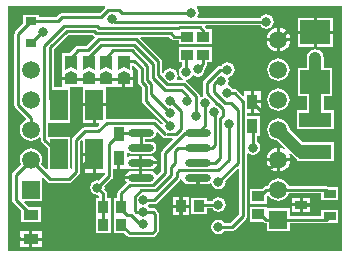
<source format=gbl>
G04 Layer_Physical_Order=4*
G04 Layer_Color=16711680*
%FSLAX25Y25*%
%MOIN*%
G70*
G01*
G75*
%ADD10R,0.03740X0.02953*%
%ADD17R,0.03500X0.04000*%
%ADD18R,0.03543X0.05118*%
%ADD20O,0.08661X0.02362*%
%ADD21C,0.01000*%
%ADD22C,0.03937*%
%ADD24C,0.05906*%
%ADD25R,0.05906X0.05906*%
%ADD26C,0.03150*%
%ADD31R,0.10630X0.04724*%
%ADD32R,0.04000X0.03500*%
%ADD33R,0.05906X0.10236*%
%ADD34R,0.09843X0.07874*%
%ADD35R,0.03937X0.02756*%
%ADD36R,0.05118X0.03347*%
G36*
X21088Y-10438D02*
X-90040D01*
Y71162D01*
X-57924D01*
X-57742Y70662D01*
X-59592Y68813D01*
X-72000D01*
X-72502Y68713D01*
X-72928Y68428D01*
X-74000Y67356D01*
X-79843D01*
Y68307D01*
X-85158D01*
Y65242D01*
X-87668Y62731D01*
X-87953Y62305D01*
X-88053Y61803D01*
Y38244D01*
X-87953Y37741D01*
X-87668Y37315D01*
X-84162Y33810D01*
X-84260Y33319D01*
X-84386Y33267D01*
X-85167Y32667D01*
X-85767Y31886D01*
X-86144Y30976D01*
X-86272Y30000D01*
X-86144Y29024D01*
X-85767Y28114D01*
X-85167Y27332D01*
X-84386Y26733D01*
X-83476Y26356D01*
X-82500Y26228D01*
X-81524Y26356D01*
X-80614Y26733D01*
X-79833Y27332D01*
X-79786Y27393D01*
X-79313Y27232D01*
Y26626D01*
X-79213Y26124D01*
X-78928Y25698D01*
X-76886Y23655D01*
Y16895D01*
X-77348Y16704D01*
X-79094Y18450D01*
X-78856Y19024D01*
X-78728Y20000D01*
X-78856Y20976D01*
X-79233Y21886D01*
X-79833Y22668D01*
X-80614Y23267D01*
X-81524Y23644D01*
X-82500Y23772D01*
X-83476Y23644D01*
X-84386Y23267D01*
X-85167Y22668D01*
X-85767Y21886D01*
X-86144Y20976D01*
X-86272Y20000D01*
X-86144Y19024D01*
X-85906Y18450D01*
X-88428Y15928D01*
X-88713Y15502D01*
X-88813Y15000D01*
Y6634D01*
X-88713Y6132D01*
X-88428Y5706D01*
X-85847Y3124D01*
Y-827D01*
X-79154D01*
Y4095D01*
X-83104D01*
X-84808Y5798D01*
X-84616Y6260D01*
X-78760D01*
Y13696D01*
X-78375Y14019D01*
X-76928Y12572D01*
X-76502Y12287D01*
X-76000Y12187D01*
X-69949D01*
X-69446Y12287D01*
X-69021Y12572D01*
X-66572Y15021D01*
X-66287Y15447D01*
X-66187Y15949D01*
Y25968D01*
X-65749Y26406D01*
X-65287Y26215D01*
Y22272D01*
X-61335D01*
Y21772D01*
X-60835D01*
Y15653D01*
X-57813D01*
Y15044D01*
X-59890Y12967D01*
X-60350Y13058D01*
X-61272Y12875D01*
X-62053Y12353D01*
X-62576Y11571D01*
X-62759Y10650D01*
X-62576Y9728D01*
X-62053Y8947D01*
X-61272Y8424D01*
X-60350Y8241D01*
X-60207Y8270D01*
X-59742Y7876D01*
Y7039D01*
X-60966D01*
Y1465D01*
X-60966D01*
Y1134D01*
X-60966D01*
Y-4441D01*
X-55892D01*
Y1134D01*
X-55892D01*
Y1465D01*
X-55892D01*
Y7039D01*
X-57117D01*
Y8728D01*
X-57216Y9231D01*
X-57501Y9657D01*
X-58034Y10189D01*
X-57942Y10650D01*
X-58034Y11110D01*
X-55572Y13572D01*
X-55287Y13998D01*
X-55187Y14500D01*
Y17004D01*
X-53756D01*
Y20563D01*
X-52756D01*
Y17004D01*
X-50484D01*
Y17004D01*
X-50177Y17168D01*
X-49843Y16945D01*
X-48992Y16776D01*
X-46343D01*
Y19000D01*
Y21224D01*
X-48992D01*
X-49843Y21055D01*
X-50043Y20921D01*
X-50484Y21157D01*
Y22028D01*
X-49984Y22295D01*
X-49760Y22146D01*
X-48992Y21993D01*
X-42693D01*
X-41925Y22146D01*
X-41274Y22581D01*
X-40839Y23232D01*
X-40686Y24000D01*
X-40839Y24768D01*
X-41274Y25419D01*
X-41925Y25854D01*
X-42693Y26007D01*
X-44530D01*
Y26993D01*
X-42693D01*
X-41925Y27146D01*
X-41274Y27581D01*
X-40839Y28232D01*
X-40712Y28869D01*
X-40234Y29098D01*
X-38708Y27572D01*
X-38282Y27287D01*
X-37780Y27187D01*
X-37532Y27237D01*
X-37186Y27168D01*
X-35342D01*
X-35151Y26706D01*
X-38641Y23216D01*
X-38925Y22790D01*
X-39025Y22287D01*
Y16033D01*
X-40174Y14884D01*
X-40749Y15017D01*
X-41120Y15573D01*
X-41842Y16055D01*
X-42693Y16224D01*
X-45342D01*
Y14000D01*
X-45842D01*
Y13500D01*
X-51117D01*
X-51047Y13149D01*
X-50583Y12455D01*
X-53357Y9680D01*
X-53642Y9254D01*
X-53742Y8752D01*
Y7039D01*
X-54966D01*
Y1634D01*
X-54966Y1465D01*
X-54966D01*
Y1134D01*
X-54966D01*
Y-4441D01*
X-51498D01*
X-50405Y-5534D01*
X-49979Y-5819D01*
X-49476Y-5919D01*
X-42142D01*
X-41639Y-5819D01*
X-41214Y-5534D01*
X-40328Y-4649D01*
X-40043Y-4223D01*
X-39943Y-3720D01*
Y1890D01*
X-40043Y2392D01*
X-40328Y2818D01*
X-40938Y3428D01*
X-41364Y3713D01*
X-41866Y3813D01*
X-43036D01*
X-43297Y4203D01*
X-43367Y4250D01*
Y4750D01*
X-43297Y4797D01*
X-43036Y5187D01*
X-41370D01*
X-40868Y5287D01*
X-40442Y5572D01*
X-32908Y13105D01*
X-32709Y13403D01*
X-32189Y13350D01*
X-32149Y13149D01*
X-31667Y12427D01*
X-30946Y11945D01*
X-30095Y11776D01*
X-27445D01*
Y14000D01*
X-26445D01*
Y11776D01*
X-23795D01*
X-22944Y11945D01*
X-22748Y12077D01*
X-22286Y11885D01*
X-22225Y11578D01*
X-21703Y10797D01*
X-20922Y10275D01*
X-20000Y10091D01*
X-19078Y10275D01*
X-18297Y10797D01*
X-17775Y11578D01*
X-17592Y12500D01*
X-17683Y12961D01*
X-13562Y17082D01*
X-13100Y16890D01*
Y1756D01*
X-16044Y-1187D01*
X-18036D01*
X-18297Y-797D01*
X-19078Y-275D01*
X-20000Y-91D01*
X-20922Y-275D01*
X-21703Y-797D01*
X-22225Y-1578D01*
X-22409Y-2500D01*
X-22225Y-3422D01*
X-21703Y-4203D01*
X-20922Y-4725D01*
X-20000Y-4908D01*
X-19078Y-4725D01*
X-18297Y-4203D01*
X-18036Y-3813D01*
X-15500D01*
X-14998Y-3713D01*
X-14572Y-3428D01*
X-10859Y284D01*
X-10575Y710D01*
X-10475Y1213D01*
Y21877D01*
X-9975Y22144D01*
X-9422Y21775D01*
X-8500Y21591D01*
X-7578Y21775D01*
X-6797Y22297D01*
X-6275Y23078D01*
X-6092Y24000D01*
X-6275Y24922D01*
X-6797Y25703D01*
X-7187Y25964D01*
Y27972D01*
X-6118D01*
Y34665D01*
X-10475D01*
Y35634D01*
X-9177D01*
Y39193D01*
Y42752D01*
X-11449D01*
Y41521D01*
X-11911Y41330D01*
X-13656Y43075D01*
X-14082Y43360D01*
X-14584Y43459D01*
X-15078D01*
X-15339Y43850D01*
X-16120Y44372D01*
X-16643Y44476D01*
X-16873Y45031D01*
X-16785Y45162D01*
X-16602Y46084D01*
X-16785Y47006D01*
X-16855Y47111D01*
X-16625Y47666D01*
X-16078Y47775D01*
X-15297Y48297D01*
X-14775Y49078D01*
X-14592Y50000D01*
X-14775Y50922D01*
X-15297Y51703D01*
X-16078Y52225D01*
X-17000Y52408D01*
X-17922Y52225D01*
X-18703Y51703D01*
X-18964Y51313D01*
X-19429D01*
X-19932Y51213D01*
X-20357Y50928D01*
X-24861Y46424D01*
X-25146Y45998D01*
X-25246Y45496D01*
Y42146D01*
X-25146Y41643D01*
X-25075Y41538D01*
X-25305Y40982D01*
X-25479Y40948D01*
X-25746Y40769D01*
X-25910Y40857D01*
X-26196Y41070D01*
X-26287Y41530D01*
X-26572Y41956D01*
X-30682Y46066D01*
X-30814Y46154D01*
X-30668Y46658D01*
X-29901Y46810D01*
X-29120Y47332D01*
X-28751Y47884D01*
X-28145Y48022D01*
X-27806Y47796D01*
X-26885Y47613D01*
X-25963Y47796D01*
X-25182Y48318D01*
X-24659Y49099D01*
X-24476Y50021D01*
X-24568Y50484D01*
X-24072Y50980D01*
X-23787Y51406D01*
X-23687Y51908D01*
Y52463D01*
X-22213D01*
Y57537D01*
X-33287D01*
Y52463D01*
X-32135D01*
Y50999D01*
X-32526Y50739D01*
X-33048Y49957D01*
X-33231Y49035D01*
X-33048Y48114D01*
X-32526Y47332D01*
X-31954Y46950D01*
X-32106Y46450D01*
X-33664D01*
X-33900Y46891D01*
X-33775Y47078D01*
X-33592Y48000D01*
X-33775Y48921D01*
X-34297Y49703D01*
X-35079Y50225D01*
X-36000Y50408D01*
X-36922Y50225D01*
X-37703Y49703D01*
X-38087Y49130D01*
X-38638Y48970D01*
X-38724Y48980D01*
X-38825Y49055D01*
Y52721D01*
X-38925Y53223D01*
X-39210Y53649D01*
X-45998Y60438D01*
X-45807Y60900D01*
X-36512D01*
X-35684Y60072D01*
X-35258Y59787D01*
X-34756Y59687D01*
X-33287D01*
Y58463D01*
X-22213D01*
Y63537D01*
X-23811D01*
X-24072Y63928D01*
X-24369Y64225D01*
X-24178Y64687D01*
X-5964D01*
X-5703Y64297D01*
X-4922Y63775D01*
X-4000Y63591D01*
X-3078Y63775D01*
X-2297Y64297D01*
X-1775Y65078D01*
X-1592Y66000D01*
X-1775Y66922D01*
X-2297Y67703D01*
X-3078Y68225D01*
X-4000Y68409D01*
X-4922Y68225D01*
X-5703Y67703D01*
X-5964Y67313D01*
X-26756D01*
X-26992Y67754D01*
X-26775Y68078D01*
X-26592Y69000D01*
X-26775Y69922D01*
X-27269Y70662D01*
X-27152Y71162D01*
X21088D01*
Y-10438D01*
D02*
G37*
G36*
X-49500Y50000D02*
X-51500Y51000D01*
X-53500Y50000D01*
Y52000D01*
X-49500D01*
Y50000D01*
D02*
G37*
G36*
X-55405D02*
X-57406Y51000D01*
X-59405Y50000D01*
Y52000D01*
X-55405D01*
Y50000D01*
D02*
G37*
G36*
X-61311D02*
X-63311Y51000D01*
X-65311Y50000D01*
Y52000D01*
X-61311D01*
Y50000D01*
D02*
G37*
G36*
X-67216D02*
X-69217Y51000D01*
X-71216Y50000D01*
Y52000D01*
X-67216D01*
Y50000D01*
D02*
G37*
G36*
X-49500Y48500D02*
X-53500D01*
X-51500Y49500D01*
X-49500Y48500D01*
D02*
G37*
G36*
X-55405D02*
X-59405D01*
X-57406Y49500D01*
X-55405Y48500D01*
D02*
G37*
G36*
X-61311D02*
X-65311D01*
X-63311Y49500D01*
X-61311Y48500D01*
D02*
G37*
G36*
X-67216D02*
X-71216D01*
X-69217Y49500D01*
X-67216Y48500D01*
D02*
G37*
G36*
X-61641Y61284D02*
X-61424Y61140D01*
X-61309Y60548D01*
X-62066Y59790D01*
X-62162Y59646D01*
X-63996Y57813D01*
X-66811D01*
X-67313Y57713D01*
X-67739Y57428D01*
X-69630Y55537D01*
X-72004D01*
Y52078D01*
X-72019Y52000D01*
Y50000D01*
X-72216Y49750D01*
X-72216D01*
Y47500D01*
X-69217D01*
Y46500D01*
X-72216D01*
Y44250D01*
X-72660Y44114D01*
X-74687D01*
Y56928D01*
X-70066Y61550D01*
X-61906D01*
X-61641Y61284D01*
D02*
G37*
G36*
X-46813Y49956D02*
Y45869D01*
X-46713Y45366D01*
X-46428Y44940D01*
X-45553Y44065D01*
Y39583D01*
X-45453Y39080D01*
X-45168Y38655D01*
X-38596Y32082D01*
X-38636Y31920D01*
X-39190Y31767D01*
X-40678Y33254D01*
X-41103Y33539D01*
X-41606Y33639D01*
X-57103D01*
X-57382Y33867D01*
Y37709D01*
X-60835D01*
Y32091D01*
X-59848D01*
X-59657Y31629D01*
X-60544Y30742D01*
X-64583D01*
X-65085Y30642D01*
X-65511Y30357D01*
X-68428Y27440D01*
X-68713Y27014D01*
X-68813Y26512D01*
Y16849D01*
X-68906Y16786D01*
X-69406Y17054D01*
Y27677D01*
X-76687D01*
Y32303D01*
X-69406D01*
Y44114D01*
X-68962Y44250D01*
X-65287D01*
Y38709D01*
X-61335D01*
X-57382D01*
Y44250D01*
X-52000D01*
Y47000D01*
X-51500D01*
Y47500D01*
X-48500D01*
Y49750D01*
X-48500D01*
X-48697Y50000D01*
Y51134D01*
X-48197Y51341D01*
X-46813Y49956D01*
D02*
G37*
%LPC*%
G36*
X18224Y67339D02*
X12803D01*
Y62902D01*
X18224D01*
Y67339D01*
D02*
G37*
G36*
X11803D02*
X6382D01*
Y62902D01*
X11803D01*
Y67339D01*
D02*
G37*
G36*
X500Y63921D02*
Y60500D01*
X3921D01*
X3851Y61032D01*
X3453Y61993D01*
X2819Y62819D01*
X1993Y63453D01*
X1032Y63851D01*
X500Y63921D01*
D02*
G37*
G36*
X-500D02*
X-1032Y63851D01*
X-1993Y63453D01*
X-2819Y62819D01*
X-3453Y61993D01*
X-3851Y61032D01*
X-3921Y60500D01*
X-500D01*
Y63921D01*
D02*
G37*
G36*
X18224Y61902D02*
X12803D01*
Y57465D01*
X18224D01*
Y61902D01*
D02*
G37*
G36*
X11803D02*
X6382D01*
Y57465D01*
X11803D01*
Y61902D01*
D02*
G37*
G36*
X3921Y59500D02*
X500D01*
Y56079D01*
X1032Y56149D01*
X1993Y56547D01*
X2819Y57181D01*
X3453Y58007D01*
X3851Y58968D01*
X3921Y59500D01*
D02*
G37*
G36*
X-500D02*
X-3921D01*
X-3851Y58968D01*
X-3453Y58007D01*
X-2819Y57181D01*
X-1993Y56547D01*
X-1032Y56149D01*
X-500Y56079D01*
Y59500D01*
D02*
G37*
G36*
X0Y53772D02*
X-976Y53644D01*
X-1886Y53267D01*
X-2668Y52667D01*
X-3267Y51886D01*
X-3644Y50976D01*
X-3772Y50000D01*
X-3644Y49024D01*
X-3267Y48114D01*
X-2668Y47333D01*
X-1886Y46733D01*
X-976Y46356D01*
X0Y46228D01*
X976Y46356D01*
X1886Y46733D01*
X2668Y47333D01*
X3267Y48114D01*
X3644Y49024D01*
X3772Y50000D01*
X3644Y50976D01*
X3267Y51886D01*
X2668Y52667D01*
X1886Y53267D01*
X976Y53644D01*
X0Y53772D01*
D02*
G37*
G36*
X-5906Y42752D02*
X-8177D01*
Y39693D01*
X-5906D01*
Y42752D01*
D02*
G37*
G36*
X0Y43772D02*
X-976Y43644D01*
X-1886Y43267D01*
X-2668Y42667D01*
X-3267Y41886D01*
X-3644Y40976D01*
X-3772Y40000D01*
X-3644Y39024D01*
X-3267Y38114D01*
X-2668Y37332D01*
X-1886Y36733D01*
X-976Y36356D01*
X0Y36228D01*
X976Y36356D01*
X1886Y36733D01*
X2668Y37332D01*
X3267Y38114D01*
X3644Y39024D01*
X3772Y40000D01*
X3644Y40976D01*
X3267Y41886D01*
X2668Y42667D01*
X1886Y43267D01*
X976Y43644D01*
X0Y43772D01*
D02*
G37*
G36*
X-5906Y38693D02*
X-8177D01*
Y35634D01*
X-5906D01*
Y38693D01*
D02*
G37*
G36*
X12303Y56780D02*
X11584Y56685D01*
X10913Y56407D01*
X10338Y55966D01*
X9896Y55390D01*
X9618Y54719D01*
X9523Y54000D01*
Y50591D01*
X6594D01*
Y41142D01*
X9523D01*
Y36465D01*
X6201D01*
Y30165D01*
X18406D01*
Y36465D01*
X15083D01*
Y41142D01*
X18012D01*
Y50591D01*
X15083D01*
Y54000D01*
X14988Y54719D01*
X14710Y55390D01*
X14269Y55966D01*
X13693Y56407D01*
X13023Y56685D01*
X12303Y56780D01*
D02*
G37*
G36*
X0Y33772D02*
X-976Y33644D01*
X-1886Y33267D01*
X-2668Y32667D01*
X-3267Y31886D01*
X-3644Y30976D01*
X-3772Y30000D01*
X-3644Y29024D01*
X-3267Y28114D01*
X-2668Y27332D01*
X-1886Y26733D01*
X-976Y26356D01*
X-183Y26252D01*
X2133Y23936D01*
X1850Y23512D01*
X1032Y23851D01*
X500Y23921D01*
Y20500D01*
X3921D01*
X3851Y21032D01*
X3512Y21849D01*
X3936Y22133D01*
X5349Y20719D01*
X5925Y20278D01*
X6201Y20164D01*
Y19535D01*
X18406D01*
Y25835D01*
X8096D01*
X3748Y30183D01*
X3644Y30976D01*
X3267Y31886D01*
X2668Y32667D01*
X1886Y33267D01*
X976Y33644D01*
X0Y33772D01*
D02*
G37*
G36*
X-500Y23921D02*
X-1032Y23851D01*
X-1993Y23453D01*
X-2819Y22819D01*
X-3453Y21993D01*
X-3851Y21032D01*
X-3921Y20500D01*
X-500D01*
Y23921D01*
D02*
G37*
G36*
X-42693Y21224D02*
X-45342D01*
Y19500D01*
X-40569D01*
X-40638Y19851D01*
X-41120Y20572D01*
X-41842Y21055D01*
X-42693Y21224D01*
D02*
G37*
G36*
X-40569Y18500D02*
X-45342D01*
Y16776D01*
X-42693D01*
X-41842Y16945D01*
X-41120Y17427D01*
X-40638Y18149D01*
X-40569Y18500D01*
D02*
G37*
G36*
X3921Y19500D02*
X500D01*
Y16079D01*
X1032Y16149D01*
X1993Y16547D01*
X2819Y17181D01*
X3453Y18007D01*
X3851Y18968D01*
X3921Y19500D01*
D02*
G37*
G36*
X-500D02*
X-3921D01*
X-3851Y18968D01*
X-3453Y18007D01*
X-2819Y17181D01*
X-1993Y16547D01*
X-1032Y16149D01*
X-500Y16079D01*
Y19500D01*
D02*
G37*
G36*
X-61835Y21272D02*
X-65287D01*
Y15653D01*
X-61835D01*
Y21272D01*
D02*
G37*
G36*
X-46343Y16224D02*
X-48992D01*
X-49843Y16055D01*
X-50565Y15573D01*
X-51047Y14851D01*
X-51117Y14500D01*
X-46343D01*
Y16224D01*
D02*
G37*
G36*
X0Y13772D02*
X-976Y13644D01*
X-1886Y13267D01*
X-2668Y12667D01*
X-3267Y11886D01*
X-3505Y11313D01*
X-4000D01*
X-4502Y11213D01*
X-4928Y10928D01*
X-5575Y10282D01*
X-9496D01*
Y5207D01*
X-3921D01*
Y7855D01*
X-3758Y7992D01*
X-3672Y8013D01*
X-3104Y7901D01*
X-2668Y7333D01*
X-1886Y6733D01*
X-976Y6356D01*
X0Y6228D01*
X976Y6356D01*
X1886Y6733D01*
X2668Y7333D01*
X3267Y8114D01*
X3505Y8687D01*
X14272D01*
Y6496D01*
X19783D01*
Y10827D01*
X16718D01*
X16617Y10928D01*
X16191Y11213D01*
X15689Y11313D01*
X3505D01*
X3267Y11886D01*
X2668Y12667D01*
X1886Y13267D01*
X976Y13644D01*
X0Y13772D01*
D02*
G37*
G36*
X-20000Y7408D02*
X-20922Y7225D01*
X-21703Y6703D01*
X-21964Y6313D01*
X-23963D01*
Y7287D01*
X-29037D01*
Y1713D01*
X-23963D01*
Y3687D01*
X-21964D01*
X-21703Y3297D01*
X-20922Y2775D01*
X-20000Y2592D01*
X-19078Y2775D01*
X-18297Y3297D01*
X-17775Y4078D01*
X-17592Y5000D01*
X-17775Y5922D01*
X-18297Y6703D01*
X-19078Y7225D01*
X-20000Y7408D01*
D02*
G37*
G36*
X10547Y7299D02*
X8079D01*
Y5421D01*
X10547D01*
Y7299D01*
D02*
G37*
G36*
X7079D02*
X4610D01*
Y5421D01*
X7079D01*
Y7299D01*
D02*
G37*
G36*
X-29750Y7500D02*
X-32000D01*
Y5000D01*
X-29750D01*
Y7500D01*
D02*
G37*
G36*
X-33000D02*
X-35250D01*
Y5000D01*
X-33000D01*
Y7500D01*
D02*
G37*
G36*
X10547Y4421D02*
X8079D01*
Y2543D01*
X10547D01*
Y4421D01*
D02*
G37*
G36*
X7079D02*
X4610D01*
Y2543D01*
X7079D01*
Y4421D01*
D02*
G37*
G36*
X-29750Y4000D02*
X-32000D01*
Y1500D01*
X-29750D01*
Y4000D01*
D02*
G37*
G36*
X-33000D02*
X-35250D01*
Y1500D01*
X-33000D01*
Y4000D01*
D02*
G37*
G36*
X-3921Y4281D02*
X-9496D01*
Y-793D01*
X-5063D01*
X-4928Y-928D01*
X-4502Y-1213D01*
X-4000Y-1313D01*
X-3740D01*
Y-3740D01*
X3740D01*
Y-1313D01*
X15846D01*
X16349Y-1213D01*
X16691Y-984D01*
X19783D01*
Y3347D01*
X14272D01*
Y1313D01*
X3740D01*
Y3740D01*
X-3740D01*
X-3921Y4165D01*
Y4281D01*
D02*
G37*
G36*
X-78941Y-3961D02*
X-82000D01*
Y-6134D01*
X-78941D01*
Y-3961D01*
D02*
G37*
G36*
X-83000D02*
X-86059D01*
Y-6134D01*
X-83000D01*
Y-3961D01*
D02*
G37*
G36*
X-78941Y-7134D02*
X-82000D01*
Y-9307D01*
X-78941D01*
Y-7134D01*
D02*
G37*
G36*
X-83000D02*
X-86059D01*
Y-9307D01*
X-83000D01*
Y-7134D01*
D02*
G37*
G36*
X-48500Y46500D02*
X-51000D01*
Y44250D01*
X-48500D01*
Y46500D01*
D02*
G37*
G36*
X-61835Y37709D02*
X-65287D01*
Y32091D01*
X-61835D01*
Y37709D01*
D02*
G37*
%LPD*%
D10*
X-82500Y66043D02*
D03*
Y58957D02*
D03*
D17*
X-58429Y-1654D02*
D03*
X-52429D02*
D03*
Y4252D02*
D03*
X-58429D02*
D03*
X-26500Y4500D02*
D03*
X-32500D02*
D03*
D18*
X-53256Y20563D02*
D03*
Y28437D02*
D03*
X-8677Y31319D02*
D03*
Y39193D02*
D03*
D20*
X-26945Y29000D02*
D03*
Y24000D02*
D03*
Y19000D02*
D03*
Y14000D02*
D03*
X-45842Y29000D02*
D03*
Y24000D02*
D03*
Y19000D02*
D03*
Y14000D02*
D03*
D21*
X7579Y4921D02*
X12500D01*
X-8677Y31319D02*
X-8500Y31142D01*
Y24000D02*
Y31142D01*
X-15772Y38791D02*
X-13575Y36594D01*
Y18925D02*
Y36594D01*
X-20000Y12500D02*
X-13575Y18925D01*
X-21150Y24850D02*
Y35428D01*
X-21471Y35749D02*
X-21150Y35428D01*
X-19362Y20638D02*
Y33810D01*
X-18609Y34564D01*
Y36935D01*
X-20286Y38611D02*
X-18609Y36935D01*
X-20399Y38611D02*
X-20286D01*
X-24536Y31409D02*
Y38701D01*
X-26945Y29000D02*
X-24536Y31409D01*
X-16500Y20000D02*
Y32000D01*
X-20000Y16500D02*
X-16500Y20000D01*
X-23933Y42146D02*
Y45496D01*
X-19429Y50000D01*
X-21471Y45100D02*
X-20487Y46084D01*
X-17737Y38791D02*
X-15772D01*
X-33837Y14033D02*
Y15663D01*
X-41370Y6500D02*
X-33837Y14033D01*
X-45000Y6500D02*
X-41370D01*
X-40962Y9713D02*
X-35925Y14749D01*
X-45835Y9713D02*
X-40962D01*
X-41670Y11531D02*
X-37713Y15489D01*
X-49650Y11531D02*
X-41670D01*
X-33837Y15663D02*
X-33000Y16500D01*
X-60350Y10650D02*
X-58429Y8728D01*
Y4252D02*
Y8728D01*
Y-1654D02*
Y4252D01*
X-52429Y8752D02*
X-49650Y11531D01*
X-52429Y4252D02*
Y8752D01*
Y3555D02*
Y4252D01*
Y3555D02*
X-50508Y1634D01*
X-49162D01*
X-46028Y-1500D01*
X-45000D01*
Y2500D02*
X-41866D01*
X-41256Y1890D01*
Y-3720D02*
Y1890D01*
X-42142Y-4606D02*
X-41256Y-3720D01*
X-49476Y-4606D02*
X-42142D01*
X-52429Y-1654D02*
X-49476Y-4606D01*
X-33000Y16500D02*
X-20000D01*
X-26945Y19000D02*
X-21000D01*
X-45842Y24000D02*
Y29000D01*
X-26945Y24000D02*
X-22000D01*
X-47500Y2500D02*
X-45000D01*
X-26000Y5000D02*
X-20000D01*
X-26500Y4500D02*
X-26000Y5000D01*
X-6000Y8000D02*
X-4000Y10000D01*
X0D01*
X-6000Y2000D02*
X-4000Y0D01*
X0D01*
X-8500Y32063D02*
Y32563D01*
X-22000Y24000D02*
X-21150Y24850D01*
X-21000Y19000D02*
X-19362Y20638D01*
X-47862Y2862D02*
X-47500Y2500D01*
X-47862Y2862D02*
Y7686D01*
X-45835Y9713D01*
X-20487Y46084D02*
X-19011D01*
X-19429Y50000D02*
X-17000D01*
X-26886Y50022D02*
X-26885Y50021D01*
X0Y10000D02*
X15689D01*
X17028Y8661D01*
X0Y0D02*
X15846D01*
X17028Y1181D01*
X-87500Y15000D02*
X-82500Y20000D01*
X-87500Y6634D02*
Y15000D01*
Y6634D02*
X-82500Y1634D01*
X-14584Y42147D02*
X-11787Y39350D01*
X-17042Y42147D02*
X-14584D01*
X-21471Y42526D02*
Y45100D01*
Y42526D02*
X-17737Y38791D01*
X-23933Y42146D02*
X-20399Y38611D01*
X-24558Y38723D02*
X-24536Y38701D01*
X-35925Y17575D02*
X-34500Y19000D01*
X-35925Y14749D02*
Y17575D01*
X-34500Y19000D02*
Y22874D01*
X-33374Y24000D01*
X-26945D01*
X-36048Y35500D02*
X-36000D01*
X-36048Y30500D02*
X-36000Y30548D01*
Y31343D01*
X-36445Y30897D02*
X-36048Y30500D01*
X-37926Y43350D02*
X-32350D01*
X-30500Y41500D01*
X-27500Y34500D02*
Y41028D01*
X-37186Y45138D02*
X-31610D01*
X-27500Y41028D01*
X-30500Y39500D02*
Y41500D01*
X-36000Y39500D02*
X-35952D01*
X-32500Y36048D01*
X-78000Y26626D02*
X-73146Y21772D01*
X-76000Y40079D02*
X-73146Y37224D01*
X-25000Y61000D02*
Y63000D01*
Y51908D02*
Y55000D01*
X-26886Y50022D02*
X-25000Y51908D01*
X-30823Y49035D02*
Y54677D01*
X-30500Y55000D01*
X-44240Y39583D02*
X-36000Y31343D01*
X-42453Y41905D02*
X-36048Y35500D01*
X-42453Y41905D02*
Y45349D01*
X-44240Y39583D02*
Y44609D01*
X-41606Y32326D02*
X-37780Y28500D01*
X-57103Y32326D02*
X-41606D01*
X-60000Y29429D02*
X-57103Y32326D01*
X-64583Y29429D02*
X-60000D01*
X-67500Y26512D02*
X-64583Y29429D01*
X-67500Y15949D02*
Y26512D01*
X-69949Y13500D02*
X-67500Y15949D01*
X-76000Y13500D02*
X-69949D01*
X-82500Y20000D02*
X-76000Y13500D01*
X-31000Y29000D02*
X-26945D01*
X-37713Y15489D02*
Y22287D01*
X-31000Y29000D01*
X-32500Y30086D02*
Y36048D01*
X-37186Y28480D02*
X-34105D01*
X-32500Y30086D01*
X-64406Y53000D02*
X-59118Y58287D01*
X-70311Y53000D02*
X-66811Y56500D01*
X-33071Y64000D02*
X-33033Y64037D01*
X-26037D01*
X-25000Y63000D01*
X-58500Y53000D02*
X-55000Y56500D01*
X-54500Y66000D02*
X-4000D01*
X-55500Y67000D02*
X-54500Y66000D01*
X-61138Y58814D02*
Y58862D01*
X-59925Y60075D01*
X-63452Y56500D02*
X-61138Y58814D01*
X-66811Y56500D02*
X-63452D01*
X-61362Y62862D02*
X-60713Y62213D01*
X-60622Y64650D02*
X-59972Y64000D01*
X-86740Y38244D02*
X-82500Y34003D01*
Y30000D02*
Y34003D01*
X-86740Y38244D02*
Y61803D01*
X-82500Y66043D01*
X-8500Y17500D02*
X-2500D01*
X0Y20000D01*
X2402Y62402D02*
X12303D01*
X0Y60000D02*
X2402Y62402D01*
X-52693Y29000D02*
X-45842D01*
X-53256Y28437D02*
X-52693Y29000D01*
X-56500Y25193D02*
X-53256Y28437D01*
X-56500Y14500D02*
Y25193D01*
X-60350Y10650D02*
X-56500Y14500D01*
X-26945Y11055D02*
Y14000D01*
X-28000Y10000D02*
X-26945Y11055D01*
X-31000Y10000D02*
X-28000D01*
X-32500Y8500D02*
X-31000Y10000D01*
X-32500Y4500D02*
Y8500D01*
Y1000D02*
Y4500D01*
Y1000D02*
X-30500Y-1000D01*
X-20000Y-2500D02*
X-15500D01*
X-11787Y1213D01*
Y39350D01*
X-30500Y-1000D02*
X-25000D01*
X-23000Y1000D01*
X-17212D01*
X-17106Y894D01*
X-65000Y18106D02*
X-61335Y21772D01*
X-65000Y5000D02*
Y18106D01*
X-70398Y-2500D02*
X-65000D01*
X-82500Y-6634D02*
X-74532D01*
X-70398Y-2500D01*
X-45500Y45869D02*
X-44240Y44609D01*
X-43713Y46609D02*
X-42453Y45349D01*
X-40138Y48090D02*
X-37186Y45138D01*
X-41925Y47349D02*
X-37926Y43350D01*
X-35969Y62213D02*
X-34756Y61000D01*
X-30500D01*
X-59972Y64000D02*
X-33071D01*
X-60713Y62213D02*
X-35969D01*
X-52595Y53000D02*
X-48000D01*
X-45500Y50500D01*
Y45869D02*
Y50500D01*
X-47491Y60075D02*
X-40138Y52721D01*
X-48232Y58287D02*
X-41925Y51981D01*
X-43713Y46609D02*
Y51240D01*
X-59118Y58287D02*
X-48232D01*
X-41925Y47349D02*
Y51981D01*
X-59925Y60075D02*
X-47491D01*
X-40138Y48090D02*
Y52721D01*
X-55000Y56500D02*
X-48972D01*
X-43713Y51240D01*
X-69217Y47000D02*
X-63311D01*
X-57406D01*
X-51500D01*
X-78957Y62500D02*
X-78374D01*
X-82500Y58957D02*
X-78957Y62500D01*
X-71350Y64650D02*
X-60622D01*
X-78000Y58000D02*
X-71350Y64650D01*
X-78000Y26626D02*
Y58000D01*
X-76000Y57472D02*
X-70610Y62862D01*
X-61362D01*
X-76000Y40079D02*
Y57472D01*
X-52138Y69000D02*
X-29000D01*
X-53000Y69862D02*
X-52138Y69000D01*
X-56686Y69862D02*
X-53000D01*
X-59048Y67500D02*
X-56686Y69862D01*
X-72000Y67500D02*
X-59048D01*
X-73457Y66043D02*
X-72000Y67500D01*
X-82500Y66043D02*
X-73457D01*
X-8677Y39193D02*
X-4484Y35000D01*
X-3500D01*
D22*
X7315Y22685D02*
X12303D01*
X0Y30000D02*
X7315Y22685D01*
X12303Y33315D02*
Y45866D01*
Y54000D01*
D24*
X-82500Y50000D02*
D03*
Y40000D02*
D03*
Y30000D02*
D03*
Y20000D02*
D03*
X0Y60000D02*
D03*
Y50000D02*
D03*
Y40000D02*
D03*
Y30000D02*
D03*
Y10000D02*
D03*
Y20000D02*
D03*
D25*
X-82500Y10000D02*
D03*
X0Y0D02*
D03*
D26*
X12500Y4921D02*
D03*
X-30823Y49035D02*
D03*
X-21471Y35749D02*
D03*
X-16500Y32000D02*
D03*
X-60350Y10650D02*
D03*
X-4000Y66000D02*
D03*
X-8500Y24000D02*
D03*
X-20000Y12500D02*
D03*
X-45000Y2500D02*
D03*
X-20000Y-2500D02*
D03*
Y5000D02*
D03*
X-45000Y6500D02*
D03*
Y-1500D02*
D03*
X-17000Y50000D02*
D03*
X-19011Y46084D02*
D03*
X-26885Y50021D02*
D03*
X12303Y54000D02*
D03*
X-17042Y42147D02*
D03*
X-27500Y34500D02*
D03*
X-24558Y38723D02*
D03*
X-36000Y39500D02*
D03*
Y35500D02*
D03*
Y31343D02*
D03*
X-30500Y39500D02*
D03*
X-36000Y48000D02*
D03*
X-55500Y67000D02*
D03*
X-29000Y69000D02*
D03*
X-64000Y60000D02*
D03*
X-8500Y17500D02*
D03*
X-22500Y8500D02*
D03*
X-17106Y894D02*
D03*
X-65000Y5000D02*
D03*
Y-2500D02*
D03*
X-87417Y32795D02*
D03*
X11008Y-6575D02*
D03*
X18000Y-6500D02*
D03*
X16500Y69000D02*
D03*
X-87500Y68500D02*
D03*
Y-6000D02*
D03*
Y24500D02*
D03*
X18303Y28000D02*
D03*
X5000Y45000D02*
D03*
X-9000Y55500D02*
D03*
X5000Y55000D02*
D03*
X18000Y13000D02*
D03*
X-67500Y36000D02*
D03*
X-41000Y58500D02*
D03*
X-78374Y62500D02*
D03*
X-3500Y35000D02*
D03*
D31*
X12303Y33315D02*
D03*
Y22685D02*
D03*
D32*
X-69217Y47000D02*
D03*
Y53000D02*
D03*
X-51500D02*
D03*
Y47000D02*
D03*
X-63311D02*
D03*
Y53000D02*
D03*
X-57406D02*
D03*
Y47000D02*
D03*
X-6709Y7744D02*
D03*
Y1744D02*
D03*
X-30500Y55000D02*
D03*
Y61000D02*
D03*
X-25000D02*
D03*
Y55000D02*
D03*
D33*
X-73146Y38209D02*
D03*
X-61335D02*
D03*
Y21772D02*
D03*
X-73146D02*
D03*
D34*
X12303Y62402D02*
D03*
Y45866D02*
D03*
D35*
X7579Y4921D02*
D03*
X17028Y1181D02*
D03*
Y8661D02*
D03*
D36*
X-82500Y1634D02*
D03*
Y-6634D02*
D03*
M02*

</source>
